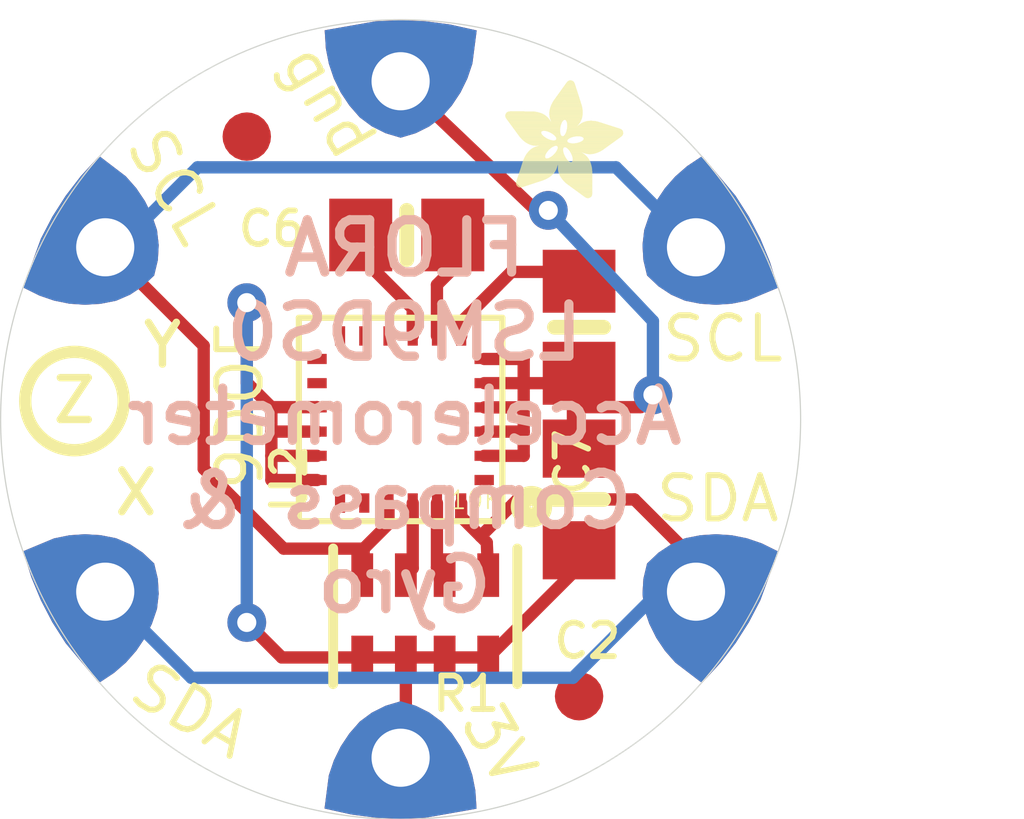
<source format=kicad_pcb>
(kicad_pcb (version 20211014) (generator pcbnew)
  (layers (0 "F.Cu" signal) (31 "B.Cu" signal) (34 "B.Paste" user) (35 "F.Paste" user) (36 "B.SilkS" user "B.Silkscreen") (37 "F.SilkS" user "F.Silkscreen") (38 "B.Mask" user) (39 "F.Mask" user) (44 "Edge.Cuts" user))
  (net 0 "")
  (net 1 "GND")
  (net 2 "3.3V")
  (net 3 "SDA")
  (net 4 "SCL")
  (net 5 "SA0_XM")
  (net 6 "SA0_G")
  (net 7 "N$1")
  (net 8 "N$2")
  (net 9 "N$6")
  (footprint "boardEagle:ADAFRUIT_2.5MM" (layer "F.Cu") (at 150.6601 100.4316)
    (fp_text reference "U$4" hide)
    (fp_text value "" hide)
  )
  (footprint "boardEagle:SEWINGTAP_0.5" (layer "F.Cu") (at 148.5011 111.9886 180)
    (fp_text reference "VCC0" hide)
    (fp_text value "SEWTAP0.5IN" hide)
    (fp_poly (pts (xy 0.510656 -1.238743) (xy 1.017424 -1.172026) (xy 1.570433 -1.049427) (xy 1.481621 -0.363766) (xy 1.377917 -0.056151) (xy 1.23587 0.233416) (xy 1.057243 0.501965) (xy 0.843327 0.746924) (xy 0.591455 0.933744) (xy 0.312122 1.07341) (xy 0 1.16625) (xy -0.312122 1.07341) (xy -0.591455 0.933744) (xy -0.843327 0.746924) (xy -1.057243 0.501967) (xy -1.235871 0.233417) (xy -1.377917 -0.056152) (xy -1.480952 -0.361783) (xy -1.543214 -0.678249) (xy -1.566969 -1.052671) (xy -0.512044 -1.238682) (xy 0 -1.261038)) (layer "F.Cu") (width 0) (fill solid))
    (fp_poly (pts (xy 0.510656 -1.238743) (xy 1.017424 -1.172026) (xy 1.570433 -1.049427) (xy 1.481621 -0.363766) (xy 1.377917 -0.056151) (xy 1.23587 0.233416) (xy 1.057243 0.501965) (xy 0.843327 0.746924) (xy 0.591455 0.933744) (xy 0.312122 1.07341) (xy 0 1.16625) (xy -0.312122 1.07341) (xy -0.591455 0.933744) (xy -0.843327 0.746924) (xy -1.057243 0.501967) (xy -1.235871 0.233417) (xy -1.377917 -0.056152) (xy -1.480952 -0.361783) (xy -1.543214 -0.678249) (xy -1.566969 -1.052671) (xy -0.512044 -1.238682) (xy 0 -1.261038)) (layer "B.Cu") (width 0) (fill solid))
    (pad "TAP" thru_hole circle (at 0 0 180) (size 2.1844 2.1844) (drill 1.2) (layers *.Cu *.Mask) (net 2 "3.3V"))
  )
  (footprint "boardEagle:SEWINGTAP_0.5" (layer "F.Cu") (at 142.4051 101.4476 60)
    (fp_text reference "SCL2" hide)
    (fp_text value "SEWTAP0.5IN" hide)
    (fp_poly (pts (xy 0.510656 -1.238743) (xy 1.017424 -1.172026) (xy 1.570433 -1.049427) (xy 1.481621 -0.363766) (xy 1.377917 -0.056151) (xy 1.23587 0.233416) (xy 1.057243 0.501965) (xy 0.843327 0.746924) (xy 0.591455 0.933744) (xy 0.312122 1.07341) (xy 0 1.16625) (xy -0.312122 1.07341) (xy -0.591455 0.933744) (xy -0.843327 0.746924) (xy -1.057243 0.501967) (xy -1.235871 0.233417) (xy -1.377917 -0.056152) (xy -1.480952 -0.361783) (xy -1.543214 -0.678249) (xy -1.566969 -1.052671) (xy -0.512044 -1.238682) (xy 0 -1.261038)) (layer "F.Cu") (width 0) (fill solid))
    (fp_poly (pts (xy 0.510656 -1.238743) (xy 1.017424 -1.172026) (xy 1.570433 -1.049427) (xy 1.481621 -0.363766) (xy 1.377917 -0.056151) (xy 1.23587 0.233416) (xy 1.057243 0.501965) (xy 0.843327 0.746924) (xy 0.591455 0.933744) (xy 0.312122 1.07341) (xy 0 1.16625) (xy -0.312122 1.07341) (xy -0.591455 0.933744) (xy -0.843327 0.746924) (xy -1.057243 0.501967) (xy -1.235871 0.233417) (xy -1.377917 -0.056152) (xy -1.480952 -0.361783) (xy -1.543214 -0.678249) (xy -1.566969 -1.052671) (xy -0.512044 -1.238682) (xy 0 -1.261038)) (layer "B.Cu") (width 0) (fill solid))
    (pad "TAP" thru_hole circle (at 0 0 60) (size 2.1844 2.1844) (drill 1.2) (layers *.Cu *.Mask) (net 4 "SCL"))
  )
  (footprint "boardEagle:0805_10MGAP" (layer "F.Cu") (at 152.1841 106.6546 90)
    (fp_text reference "C2" (at -2.921 -0.5825) (layer "F.SilkS") (effects (font (size 0.692831 0.692831) (thickness 0.119969)) (justify left)))
    (fp_text value "10µF")
    (pad "1" smd rect (at -1.05 0 90) (size 1.2 1.5) (layers "F.Cu" "F.Paste" "F.Mask") (net 2 "3.3V"))
    (pad "2" smd rect (at 1.05 0 90) (size 1.2 1.5) (layers "F.Cu" "F.Paste" "F.Mask") (net 1 "GND"))
  )
  (footprint "boardEagle:SEWINGTAP_0.5" (layer "F.Cu") (at 154.5971 101.4476 -60)
    (fp_text reference "SCL1" hide)
    (fp_text value "SEWTAP0.5IN" hide)
    (fp_poly (pts (xy 0.510656 -1.238743) (xy 1.017424 -1.172026) (xy 1.570433 -1.049427) (xy 1.481621 -0.363766) (xy 1.377917 -0.056151) (xy 1.23587 0.233416) (xy 1.057243 0.501965) (xy 0.843327 0.746924) (xy 0.591455 0.933744) (xy 0.312122 1.07341) (xy 0 1.16625) (xy -0.312122 1.07341) (xy -0.591455 0.933744) (xy -0.843327 0.746924) (xy -1.057243 0.501967) (xy -1.235871 0.233417) (xy -1.377917 -0.056152) (xy -1.480952 -0.361783) (xy -1.543214 -0.678249) (xy -1.566969 -1.052671) (xy -0.512044 -1.238682) (xy 0 -1.261038)) (layer "F.Cu") (width 0) (fill solid))
    (fp_poly (pts (xy 0.510656 -1.238743) (xy 1.017424 -1.172026) (xy 1.570433 -1.049427) (xy 1.481621 -0.363766) (xy 1.377917 -0.056151) (xy 1.23587 0.233416) (xy 1.057243 0.501965) (xy 0.843327 0.746924) (xy 0.591455 0.933744) (xy 0.312122 1.07341) (xy 0 1.16625) (xy -0.312122 1.07341) (xy -0.591455 0.933744) (xy -0.843327 0.746924) (xy -1.057243 0.501967) (xy -1.235871 0.233417) (xy -1.377917 -0.056152) (xy -1.480952 -0.361783) (xy -1.543214 -0.678249) (xy -1.566969 -1.052671) (xy -0.512044 -1.238682) (xy 0 -1.261038)) (layer "B.Cu") (width 0) (fill solid))
    (pad "TAP" thru_hole circle (at 0 0 300) (size 2.1844 2.1844) (drill 1.2) (layers *.Cu *.Mask) (net 4 "SCL"))
  )
  (footprint "boardEagle:LGA24_4X4MM" (layer "F.Cu") (at 148.5011 105.0036 90)
    (fp_text reference "U2" (at -2 -2.3 90) (layer "F.SilkS") (effects (font (size 0.692831 0.692831) (thickness 0.119969)) (justify left)))
    (fp_text value "LSM9DS0TR")
    (pad "1" smd rect (at -1.25 1.725 180) (size 0.4 0.21) (layers "F.Cu" "F.Paste" "F.Mask"))
    (pad "2" smd rect (at -0.75 1.725 180) (size 0.4 0.21) (layers "F.Cu" "F.Paste" "F.Mask") (net 1 "GND"))
    (pad "3" smd rect (at -0.25 1.725 180) (size 0.4 0.21) (layers "F.Cu" "F.Paste" "F.Mask") (net 1 "GND"))
    (pad "4" smd rect (at 0.25 1.725 180) (size 0.4 0.21) (layers "F.Cu" "F.Paste" "F.Mask") (net 1 "GND"))
    (pad "5" smd rect (at 0.75 1.725 180) (size 0.4 0.21) (layers "F.Cu" "F.Paste" "F.Mask") (net 1 "GND"))
    (pad "6" smd rect (at 1.25 1.725 180) (size 0.4 0.21) (layers "F.Cu" "F.Paste" "F.Mask") (net 1 "GND"))
    (pad "7" smd rect (at 1.725 1.25 270) (size 0.4 0.21) (layers "F.Cu" "F.Paste" "F.Mask") (net 9 "N$6"))
    (pad "8" smd rect (at 1.725 0.75 270) (size 0.4 0.21) (layers "F.Cu" "F.Paste" "F.Mask") (net 7 "N$1"))
    (pad "9" smd rect (at 1.725 0.25 270) (size 0.4 0.21) (layers "F.Cu" "F.Paste" "F.Mask") (net 8 "N$2"))
    (pad "10" smd rect (at 1.725 -0.25 270) (size 0.4 0.21) (layers "F.Cu" "F.Paste" "F.Mask"))
    (pad "11" smd rect (at 1.725 -0.75 270) (size 0.4 0.21) (layers "F.Cu" "F.Paste" "F.Mask"))
    (pad "12" smd rect (at 1.725 -1.25 270) (size 0.4 0.21) (layers "F.Cu" "F.Paste" "F.Mask"))
    (pad "13" smd rect (at 1.25 -1.725) (size 0.4 0.21) (layers "F.Cu" "F.Paste" "F.Mask"))
    (pad "14" smd rect (at 0.75 -1.725) (size 0.4 0.21) (layers "F.Cu" "F.Paste" "F.Mask"))
    (pad "15" smd rect (at 0.25 -1.725) (size 0.4 0.21) (layers "F.Cu" "F.Paste" "F.Mask") (net 2 "3.3V"))
    (pad "16" smd rect (at -0.25 -1.725) (size 0.4 0.21) (layers "F.Cu" "F.Paste" "F.Mask") (net 2 "3.3V"))
    (pad "17" smd rect (at -0.75 -1.725) (size 0.4 0.21) (layers "F.Cu" "F.Paste" "F.Mask") (net 2 "3.3V"))
    (pad "18" smd rect (at -1.25 -1.725) (size 0.4 0.21) (layers "F.Cu" "F.Paste" "F.Mask") (net 2 "3.3V"))
    (pad "19" smd rect (at -1.725 -1.25 90) (size 0.4 0.21) (layers "F.Cu" "F.Paste" "F.Mask"))
    (pad "20" smd rect (at -1.725 -0.75 90) (size 0.4 0.21) (layers "F.Cu" "F.Paste" "F.Mask"))
    (pad "21" smd rect (at -1.725 -0.25 90) (size 0.4 0.21) (layers "F.Cu" "F.Paste" "F.Mask") (net 4 "SCL"))
    (pad "22" smd rect (at -1.725 0.25 90) (size 0.4 0.21) (layers "F.Cu" "F.Paste" "F.Mask") (net 6 "SA0_G"))
    (pad "23" smd rect (at -1.725 0.75 90) (size 0.4 0.21) (layers "F.Cu" "F.Paste" "F.Mask") (net 5 "SA0_XM"))
    (pad "24" smd rect (at -1.725 1.25 90) (size 0.4 0.21) (layers "F.Cu" "F.Paste" "F.Mask") (net 3 "SDA"))
  )
  (footprint "boardEagle:SEWINGTAP_0.5" (layer "F.Cu") (at 148.5011 98.0186)
    (fp_text reference "GND0" hide)
    (fp_text value "SEWTAP0.5IN" hide)
    (fp_poly (pts (xy 0.510656 -1.238743) (xy 1.017424 -1.172026) (xy 1.570433 -1.049427) (xy 1.481621 -0.363766) (xy 1.377917 -0.056151) (xy 1.23587 0.233416) (xy 1.057243 0.501965) (xy 0.843327 0.746924) (xy 0.591455 0.933744) (xy 0.312122 1.07341) (xy 0 1.16625) (xy -0.312122 1.07341) (xy -0.591455 0.933744) (xy -0.843327 0.746924) (xy -1.057243 0.501967) (xy -1.235871 0.233417) (xy -1.377917 -0.056152) (xy -1.480952 -0.361783) (xy -1.543214 -0.678249) (xy -1.566969 -1.052671) (xy -0.512044 -1.238682) (xy 0 -1.261038)) (layer "F.Cu") (width 0) (fill solid))
    (fp_poly (pts (xy 0.510656 -1.238743) (xy 1.017424 -1.172026) (xy 1.570433 -1.049427) (xy 1.481621 -0.363766) (xy 1.377917 -0.056151) (xy 1.23587 0.233416) (xy 1.057243 0.501965) (xy 0.843327 0.746924) (xy 0.591455 0.933744) (xy 0.312122 1.07341) (xy 0 1.16625) (xy -0.312122 1.07341) (xy -0.591455 0.933744) (xy -0.843327 0.746924) (xy -1.057243 0.501967) (xy -1.235871 0.233417) (xy -1.377917 -0.056152) (xy -1.480952 -0.361783) (xy -1.543214 -0.678249) (xy -1.566969 -1.052671) (xy -0.512044 -1.238682) (xy 0 -1.261038)) (layer "B.Cu") (width 0) (fill solid))
    (pad "TAP" thru_hole circle (at 0 0) (size 2.1844 2.1844) (drill 1.2) (layers *.Cu *.Mask) (net 1 "GND"))
  )
  (footprint "boardEagle:SEWINGTAP_0.5" (layer "F.Cu") (at 142.4051 108.5596 120)
    (fp_text reference "SDA2" hide)
    (fp_text value "SEWTAP0.5IN" hide)
    (fp_poly (pts (xy 0.510656 -1.238743) (xy 1.017424 -1.172026) (xy 1.570433 -1.049427) (xy 1.481621 -0.363766) (xy 1.377917 -0.056151) (xy 1.23587 0.233416) (xy 1.057243 0.501965) (xy 0.843327 0.746924) (xy 0.591455 0.933744) (xy 0.312122 1.07341) (xy 0 1.16625) (xy -0.312122 1.07341) (xy -0.591455 0.933744) (xy -0.843327 0.746924) (xy -1.057243 0.501967) (xy -1.235871 0.233417) (xy -1.377917 -0.056152) (xy -1.480952 -0.361783) (xy -1.543214 -0.678249) (xy -1.566969 -1.052671) (xy -0.512044 -1.238682) (xy 0 -1.261038)) (layer "F.Cu") (width 0) (fill solid))
    (fp_poly (pts (xy 0.510656 -1.238743) (xy 1.017424 -1.172026) (xy 1.570433 -1.049427) (xy 1.481621 -0.363766) (xy 1.377917 -0.056151) (xy 1.23587 0.233416) (xy 1.057243 0.501965) (xy 0.843327 0.746924) (xy 0.591455 0.933744) (xy 0.312122 1.07341) (xy 0 1.16625) (xy -0.312122 1.07341) (xy -0.591455 0.933744) (xy -0.843327 0.746924) (xy -1.057243 0.501967) (xy -1.235871 0.233417) (xy -1.377917 -0.056152) (xy -1.480952 -0.361783) (xy -1.543214 -0.678249) (xy -1.566969 -1.052671) (xy -0.512044 -1.238682) (xy 0 -1.261038)) (layer "B.Cu") (width 0) (fill solid))
    (pad "TAP" thru_hole circle (at 0 0 120) (size 2.1844 2.1844) (drill 1.2) (layers *.Cu *.Mask) (net 3 "SDA"))
  )
  (footprint "boardEagle:FIDUCIAL_1MM" (layer "F.Cu") (at 145.3261 99.1616)
    (fp_text reference "FID1" hide)
    (fp_text value "FIDUCIAL\"\"" hide)
    (pad "1" smd roundrect (at 0 0) (size 1 1) (layers "F.Cu") (roundrect_rratio 0.5))
  )
  (footprint "boardEagle:FIDUCIAL_1MM" (layer "F.Cu") (at 152.1841 110.7186)
    (fp_text reference "FID2" hide)
    (fp_text value "FIDUCIAL\"\"" hide)
    (pad "1" smd roundrect (at 0 0) (size 1 1) (layers "F.Cu") (roundrect_rratio 0.5))
  )
  (footprint "boardEagle:0805-NO" (layer "F.Cu") (at 148.6281 101.1936 180)
    (fp_text reference "C6" (at 2.032 0.127) (layer "F.SilkS") (effects (font (size 0.692831 0.692831) (thickness 0.119969)) (justify right)))
    (fp_text value "0.22uF")
    (pad "1" smd rect (at -0.95 0 180) (size 1.3 1.5) (layers "F.Cu" "F.Paste" "F.Mask") (net 7 "N$1"))
    (pad "2" smd rect (at 0.95 0 180) (size 1.3 1.5) (layers "F.Cu" "F.Paste" "F.Mask") (net 8 "N$2"))
  )
  (footprint "boardEagle:SEWINGTAP_0.5" (layer "F.Cu") (at 154.5971 108.5596 -120)
    (fp_text reference "SDA1" hide)
    (fp_text value "SEWTAP0.5IN" hide)
    (fp_poly (pts (xy 0.510656 -1.238743) (xy 1.017424 -1.172026) (xy 1.570433 -1.049427) (xy 1.481621 -0.363766) (xy 1.377917 -0.056151) (xy 1.23587 0.233416) (xy 1.057243 0.501965) (xy 0.843327 0.746924) (xy 0.591455 0.933744) (xy 0.312122 1.07341) (xy 0 1.16625) (xy -0.312122 1.07341) (xy -0.591455 0.933744) (xy -0.843327 0.746924) (xy -1.057243 0.501967) (xy -1.235871 0.233417) (xy -1.377917 -0.056152) (xy -1.480952 -0.361783) (xy -1.543214 -0.678249) (xy -1.566969 -1.052671) (xy -0.512044 -1.238682) (xy 0 -1.261038)) (layer "F.Cu") (width 0) (fill solid))
    (fp_poly (pts (xy 0.510656 -1.238743) (xy 1.017424 -1.172026) (xy 1.570433 -1.049427) (xy 1.481621 -0.363766) (xy 1.377917 -0.056151) (xy 1.23587 0.233416) (xy 1.057243 0.501965) (xy 0.843327 0.746924) (xy 0.591455 0.933744) (xy 0.312122 1.07341) (xy 0 1.16625) (xy -0.312122 1.07341) (xy -0.591455 0.933744) (xy -0.843327 0.746924) (xy -1.057243 0.501967) (xy -1.235871 0.233417) (xy -1.377917 -0.056152) (xy -1.480952 -0.361783) (xy -1.543214 -0.678249) (xy -1.566969 -1.052671) (xy -0.512044 -1.238682) (xy 0 -1.261038)) (layer "B.Cu") (width 0) (fill solid))
    (pad "TAP" thru_hole circle (at 0 0 240) (size 2.1844 2.1844) (drill 1.2) (layers *.Cu *.Mask) (net 3 "SDA"))
  )
  (footprint "boardEagle:0805-NO" (layer "F.Cu") (at 152.1841 103.0986 -90)
    (fp_text reference "C7" (at 2.032 0.127 90) (layer "F.SilkS") (effects (font (size 0.692831 0.692831) (thickness 0.119969)) (justify right)))
    (fp_text value "10uF")
    (pad "1" smd rect (at -0.95 0 270) (size 1.3 1.5) (layers "F.Cu" "F.Paste" "F.Mask") (net 9 "N$6"))
    (pad "2" smd rect (at 0.95 0 270) (size 1.3 1.5) (layers "F.Cu" "F.Paste" "F.Mask") (net 1 "GND"))
  )
  (footprint "boardEagle:RESPACK_4X0603" (layer "F.Cu") (at 149.0091 109.0676 180)
    (fp_text reference "R1" (at -1.6 -1.6) (layer "F.SilkS") (effects (font (size 0.692831 0.692831) (thickness 0.119969)) (justify right)))
    (fp_text value "10K" (at -1.6 2.4) (layer "F.SilkS") (effects (font (size 0.369824 0.369824) (thickness 0.036576)) (justify right)))
    (pad "1" smd rect (at -1.3 0.85 180) (size 0.45 0.9) (layers "F.Cu" "F.Paste" "F.Mask") (net 3 "SDA"))
    (pad "2" smd rect (at -0.4 0.85 180) (size 0.45 0.9) (layers "F.Cu" "F.Paste" "F.Mask") (net 5 "SA0_XM"))
    (pad "3" smd rect (at 0.4 0.85 180) (size 0.45 0.9) (layers "F.Cu" "F.Paste" "F.Mask") (net 6 "SA0_G"))
    (pad "4" smd rect (at 1.3 0.85 180) (size 0.45 0.9) (layers "F.Cu" "F.Paste" "F.Mask") (net 4 "SCL"))
    (pad "5" smd rect (at 1.3 -0.85 180) (size 0.45 0.9) (layers "F.Cu" "F.Paste" "F.Mask") (net 2 "3.3V"))
    (pad "6" smd rect (at 0.4 -0.85 180) (size 0.45 0.9) (layers "F.Cu" "F.Paste" "F.Mask") (net 2 "3.3V"))
    (pad "7" smd rect (at -0.4 -0.85 180) (size 0.45 0.9) (layers "F.Cu" "F.Paste" "F.Mask") (net 2 "3.3V"))
    (pad "8" smd rect (at -1.3 -0.85 180) (size 0.45 0.9) (layers "F.Cu" "F.Paste" "F.Mask") (net 2 "3.3V"))
  )
  (gr_circle (center 141.7701 104.6226) (end 142.7861 104.6226) (layer "F.SilkS") (width 0.254) (fill none))
  (gr_circle (center 148.5011 105.0036) (end 156.7561 105.0036) (layer "Edge.Cuts") (width 0.0254) (fill none))
  (gr_text "FLORA\nLSM9DS0\nAccelerometer\nCompass &\nGyro" (at 148.5811 104.9446) (layer "B.SilkS") (effects (font (size 1.0795 1.0795) (thickness 0.1905)) (justify mirror)))
  (gr_text "X" (at 143.5481 106.0116) (layer "F.SilkS") (effects (font (size 0.8636 0.8636) (thickness 0.1524)) (justify right top)))
  (gr_text "SCL" (at 153.8351 103.8606) (layer "F.SilkS") (effects (font (size 0.89408 0.89408) (thickness 0.12192)) (justify left bottom)))
  (gr_text "9DOF" (at 145.7071 106.5276 90) (layer "F.SilkS") (effects (font (size 0.89408 0.89408) (thickness 0.12192)) (justify left bottom)))
  (gr_text "gnd" (at 148.1201 99.2886 300) (layer "F.SilkS") (effects (font (size 0.89408 0.89408) (thickness 0.12192)) (justify right top)))
  (gr_text "SCL" (at 144.9451 101.0666 300) (layer "F.SilkS") (effects (font (size 0.89408 0.89408) (thickness 0.12192)) (justify right top)))
  (gr_text "Z" (at 142.2781 104.1066) (layer "F.SilkS") (effects (font (size 0.8636 0.8636) (thickness 0.1524)) (justify right top)))
  (gr_text "SDA" (at 153.7081 107.1626) (layer "F.SilkS") (effects (font (size 0.89408 0.89408) (thickness 0.12192)) (justify left bottom)))
  (gr_text "3V" (at 151.4221 112.2426 300) (layer "F.SilkS") (effects (font (size 0.89408 0.89408) (thickness 0.12192)) (justify right top)))
  (gr_text "Y" (at 144.0561 102.9636) (layer "F.SilkS") (effects (font (size 0.8636 0.8636) (thickness 0.1524)) (justify right top)))
  (gr_text "SDA" (at 145.5801 111.2266 330) (layer "F.SilkS") (effects (font (size 0.89408 0.89408) (thickness 0.12192)) (justify right top)))
  (segment (start 152.0571 104.7496) (end 152.0571 105.3236) (width 0.254) (layer "F.Cu") (net 1))
  (segment (start 150.2261 104.7536) (end 151.0411 104.7536) (width 0.254) (layer "F.Cu") (net 1))
  (segment (start 150.2261 103.7536) (end 151.0411 103.7536) (width 0.254) (layer "F.Cu") (net 1))
  (segment (start 150.2261 104.2536) (end 151.0411 104.2536) (width 0.254) (layer "F.Cu") (net 1))
  (segment (start 148.5011 98.0186) (end 151.2951 100.6856) (width 0.254) (layer "F.Cu") (net 1))
  (segment (start 151.0411 104.2536) (end 151.8521 104.2536) (width 0.254) (layer "F.Cu") (net 1))
  (segment (start 153.7081 104.4956) (end 153.4541 104.7496) (width 0.254) (layer "F.Cu") (net 1))
  (segment (start 151.0411 105.7536) (end 151.0411 105.2536) (width 0.254) (layer "F.Cu") (net 1))
  (segment (start 152.1841 104.0486) (end 152.0571 104.7496) (width 0.254) (layer "F.Cu") (net 1))
  (segment (start 151.0411 105.2536) (end 151.0411 104.7536) (width 0.254) (layer "F.Cu") (net 1))
  (segment (start 153.4541 104.7496) (end 152.0571 104.7496) (width 0.254) (layer "F.Cu") (net 1))
  (segment (start 152.1231 104.1146) (end 152.1841 104.0486) (width 0.254) (layer "F.Cu") (net 1))
  (segment (start 150.2261 105.2536) (end 151.0411 105.2536) (width 0.254) (layer "F.Cu") (net 1))
  (segment (start 150.2261 105.7536) (end 151.0411 105.7536) (width 0.254) (layer "F.Cu") (net 1))
  (segment (start 151.2951 100.6856) (end 151.5491 100.6856) (width 0.254) (layer "F.Cu") (net 1))
  (segment (start 152.0571 105.3236) (end 152.1841 105.6046) (width 0.254) (layer "F.Cu") (net 1))
  (segment (start 151.8521 104.2536) (end 152.1841 104.0486) (width 0.254) (layer "F.Cu") (net 1))
  (segment (start 151.0411 104.7536) (end 151.0411 104.2536) (width 0.254) (layer "F.Cu") (net 1))
  (segment (start 151.0411 103.7536) (end 151.0411 104.2536) (width 0.254) (layer "F.Cu") (net 1))
  (via (at 151.5491 100.6856) (size 0.8001) (drill 0.3937) (layers "F.Cu" "B.Cu") (net 1))
  (via (at 153.7081 104.4956) (size 0.8001) (drill 0.3937) (layers "F.Cu" "B.Cu") (net 1))
  (segment (start 153.7081 102.9716) (end 153.7081 104.4956) (width 0.254) (layer "B.Cu") (net 1))
  (segment (start 151.5491 100.6856) (end 153.7081 102.9716) (width 0.254) (layer "B.Cu") (net 1))
  (segment (start 146.7761 104.7496) (end 146.7761 104.7536) (width 0.254) (layer "F.Cu") (net 2))
  (segment (start 148.6091 109.9176) (end 147.7091 109.9176) (width 0.254) (layer "F.Cu") (net 2))
  (segment (start 148.6091 112.1156) (end 148.6091 109.9176) (width 0.254) (layer "F.Cu") (net 2))
  (segment (start 146.7761 106.2536) (end 145.8341 106.2536) (width 0.254) (layer "F.Cu") (net 2))
  (segment (start 145.3261 104.2416) (end 145.3261 102.5906) (width 0.254) (layer "F.Cu") (net 2))
  (segment (start 150.3091 109.9176) (end 149.4091 109.9176) (width 0.254) (layer "F.Cu") (net 2))
  (segment (start 152.4381 107.7886) (end 152.1841 107.7046) (width 0.254) (layer "F.Cu") (net 2))
  (segment (start 145.8341 105.2536) (end 145.8341 104.7496) (width 0.254) (layer "F.Cu") (net 2))
  (segment (start 145.8341 106.2536) (end 145.8341 105.7536) (width 0.254) (layer "F.Cu") (net 2))
  (segment (start 150.3091 109.9176) (end 152.4381 107.7886) (width 0.254) (layer "F.Cu") (net 2))
  (segment (start 148.5011 111.9886) (end 148.6091 112.1156) (width 0.254) (layer "F.Cu") (net 2))
  (segment (start 145.8341 105.7536) (end 145.8341 105.2536) (width 0.254) (layer "F.Cu") (net 2))
  (segment (start 145.8341 104.7496) (end 146.7761 104.7496) (width 0.254) (layer "F.Cu") (net 2))
  (segment (start 146.0491 109.9176) (end 147.7091 109.9176) (width 0.254) (layer "F.Cu") (net 2))
  (segment (start 146.7761 105.7536) (end 145.8341 105.7536) (width 0.254) (layer "F.Cu") (net 2))
  (segment (start 145.8341 104.7496) (end 145.3261 104.2416) (width 0.254) (layer "F.Cu") (net 2))
  (segment (start 146.7761 105.2536) (end 145.8341 105.2536) (width 0.254) (layer "F.Cu") (net 2))
  (segment (start 149.4091 109.9176) (end 148.6091 109.9176) (width 0.254) (layer "F.Cu") (net 2))
  (segment (start 145.3261 109.1946) (end 146.0491 109.9176) (width 0.254) (layer "F.Cu") (net 2))
  (via (at 145.3261 109.1946) (size 0.8001) (drill 0.3937) (layers "F.Cu" "B.Cu") (net 2))
  (via (at 145.3261 102.5906) (size 0.8001) (drill 0.3937) (layers "F.Cu" "B.Cu") (net 2))
  (segment (start 145.3261 102.5906) (end 145.3261 109.1946) (width 0.254) (layer "B.Cu") (net 2))
  (segment (start 154.0891 109.0676) (end 154.5971 108.5596) (width 0.254) (layer "F.Cu") (net 3))
  (segment (start 154.5971 107.9246) (end 154.5971 108.5596) (width 0.254) (layer "F.Cu") (net 3))
  (segment (start 149.7511 107.0156) (end 150.1521 107.4166) (width 0.254) (layer "F.Cu") (net 3))
  (segment (start 150.2791 107.5436) (end 150.3091 108.2176) (width 0.254) (layer "F.Cu") (net 3))
  (segment (start 150.1521 107.4166) (end 150.2791 107.5436) (width 0.254) (layer "F.Cu") (net 3))
  (segment (start 149.7511 106.7286) (end 149.7511 107.0156) (width 0.254) (layer "F.Cu") (net 3))
  (segment (start 153.3271 106.6546) (end 154.5971 107.9246) (width 0.254) (layer "F.Cu") (net 3))
  (segment (start 150.1521 107.4166) (end 150.9141 106.6546) (width 0.254) (layer "F.Cu") (net 3))
  (segment (start 150.9141 106.6546) (end 153.3271 106.6546) (width 0.254) (layer "F.Cu") (net 3))
  (segment (start 152.0571 110.3376) (end 153.8351 108.5596) (width 0.254) (layer "B.Cu") (net 3))
  (segment (start 144.1831 110.3376) (end 152.0571 110.3376) (width 0.254) (layer "B.Cu") (net 3))
  (segment (start 142.4051 108.5596) (end 144.1831 110.3376) (width 0.254) (layer "B.Cu") (net 3))
  (segment (start 153.8351 108.5596) (end 154.5971 108.5596) (width 0.254) (layer "B.Cu") (net 3))
  (segment (start 147.7391 108.1876) (end 147.7091 108.2176) (width 0.254) (layer "F.Cu") (net 4))
  (segment (start 144.4371 103.4796) (end 142.4051 101.4476) (width 0.254) (layer "F.Cu") (net 4))
  (segment (start 144.4371 106.0196) (end 146.0881 107.6706) (width 0.254) (layer "F.Cu") (net 4))
  (segment (start 148.2511 107.1586) (end 147.7391 107.6706) (width 0.254) (layer "F.Cu") (net 4))
  (segment (start 148.2511 106.7286) (end 148.2511 107.1586) (width 0.254) (layer "F.Cu") (net 4))
  (segment (start 147.7391 107.6706) (end 147.7391 108.1876) (width 0.254) (layer "F.Cu") (net 4))
  (segment (start 146.0881 107.6706) (end 147.7391 107.6706) (width 0.254) (layer "F.Cu") (net 4))
  (segment (start 144.4371 103.4796) (end 144.4371 106.0196) (width 0.254) (layer "F.Cu") (net 4))
  (segment (start 144.3101 99.7966) (end 142.6591 101.4476) (width 0.254) (layer "B.Cu") (net 4))
  (segment (start 142.6591 101.4476) (end 142.4051 101.4476) (width 0.254) (layer "B.Cu") (net 4))
  (segment (start 152.9461 99.7966) (end 144.3101 99.7966) (width 0.254) (layer "B.Cu") (net 4))
  (segment (start 154.5971 101.4476) (end 152.9461 99.7966) (width 0.254) (layer "B.Cu") (net 4))
  (segment (start 149.2511 106.7286) (end 149.2511 108.0596) (width 0.254) (layer "F.Cu") (net 5))
  (segment (start 149.2511 108.0596) (end 149.4091 108.2176) (width 0.254) (layer "F.Cu") (net 5))
  (segment (start 148.7511 108.0756) (end 148.6091 108.2176) (width 0.254) (layer "F.Cu") (net 6))
  (segment (start 148.7511 106.7286) (end 148.7511 108.0756) (width 0.254) (layer "F.Cu") (net 6))
  (segment (start 149.5171 101.2546) (end 149.5781 101.1936) (width 0.254) (layer "F.Cu") (net 7))
  (segment (start 149.2511 103.2786) (end 149.2511 102.2216) (width 0.254) (layer "F.Cu") (net 7))
  (segment (start 149.2511 102.2216) (end 149.5171 101.9556) (width 0.254) (layer "F.Cu") (net 7))
  (segment (start 149.5171 101.9556) (end 149.5171 101.2546) (width 0.254) (layer "F.Cu") (net 7))
  (segment (start 147.6781 101.6406) (end 147.6781 101.1936) (width 0.254) (layer "F.Cu") (net 8))
  (segment (start 148.7511 102.7136) (end 147.6781 101.6406) (width 0.254) (layer "F.Cu") (net 8))
  (segment (start 148.7511 103.2786) (end 148.7511 102.7136) (width 0.254) (layer "F.Cu") (net 8))
  (segment (start 149.7511 102.9916) (end 150.7871 101.9556) (width 0.254) (layer "F.Cu") (net 9))
  (segment (start 151.8641 101.9556) (end 152.1841 102.1486) (width 0.254) (layer "F.Cu") (net 9))
  (segment (start 150.7871 101.9556) (end 151.8641 101.9556) (width 0.254) (layer "F.Cu") (net 9))
  (segment (start 149.7511 103.2786) (end 149.7511 102.9916) (width 0.254) (layer "F.Cu") (net 9))
)
</source>
